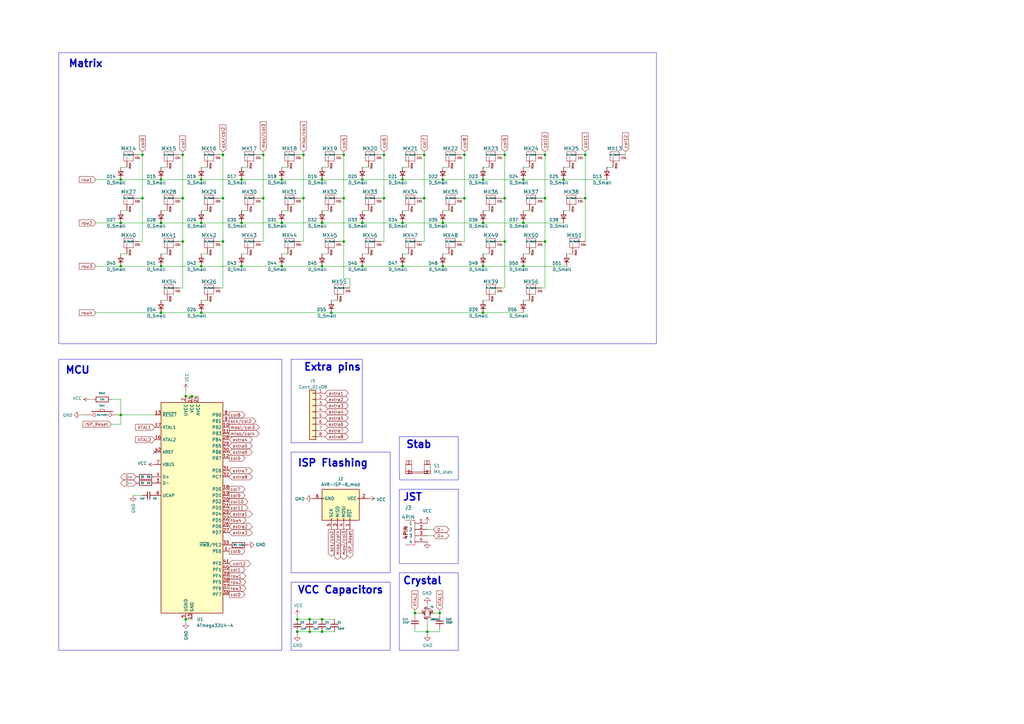
<source format=kicad_sch>
(kicad_sch (version 20230121) (generator eeschema)
  (paper "A3")
  (junction (at 66.04 91.44))
  (junction (at 198.12 128.27))
  (junction (at 190.5 63.5))
  (junction (at 135.89 128.27))
  (junction (at 190.5 81.28))
  (junction (at 121.92 254))
  (junction (at 58.42 63.5))
  (junction (at 214.63 91.44))
  (junction (at 49.53 170.18))
  (junction (at 107.95 63.5))
  (junction (at 214.63 109.22))
  (junction (at 148.59 91.44))
  (junction (at 132.08 91.44))
  (junction (at 99.06 91.44))
  (junction (at 207.01 63.5))
  (junction (at 157.48 63.5))
  (junction (at 173.99 63.5))
  (junction (at 58.42 81.28))
  (junction (at 124.46 63.5))
  (junction (at 207.01 99.06))
  (junction (at 99.06 73.66))
  (junction (at 240.03 63.5))
  (junction (at 49.53 91.44))
  (junction (at 170.18 251.46))
  (junction (at 175.26 259.08))
  (junction (at 223.52 63.5))
  (junction (at 180.34 251.46))
  (junction (at 181.61 73.66))
  (junction (at 91.44 99.06))
  (junction (at 121.92 259.08))
  (junction (at 165.1 109.22))
  (junction (at 82.55 91.44))
  (junction (at 223.52 81.28))
  (junction (at 78.74 162.56))
  (junction (at 74.93 63.5))
  (junction (at 66.04 128.27))
  (junction (at 207.01 81.28))
  (junction (at 181.61 91.44))
  (junction (at 76.2 254))
  (junction (at 66.04 109.22))
  (junction (at 124.46 81.28))
  (junction (at 82.55 109.22))
  (junction (at 132.08 254))
  (junction (at 66.04 73.66))
  (junction (at 127 259.08))
  (junction (at 115.57 91.44))
  (junction (at 132.08 259.08))
  (junction (at 132.08 109.22))
  (junction (at 127 254))
  (junction (at 157.48 81.28))
  (junction (at 214.63 73.66))
  (junction (at 148.59 109.22))
  (junction (at 49.53 73.66))
  (junction (at 91.44 81.28))
  (junction (at 115.57 73.66))
  (junction (at 165.1 73.66))
  (junction (at 115.57 109.22))
  (junction (at 165.1 91.44))
  (junction (at 99.06 109.22))
  (junction (at 231.14 73.66))
  (junction (at 181.61 109.22))
  (junction (at 140.97 81.28))
  (junction (at 82.55 128.27))
  (junction (at 140.97 99.06))
  (junction (at 74.93 99.06))
  (junction (at 107.95 81.28))
  (junction (at 198.12 109.22))
  (junction (at 91.44 63.5))
  (junction (at 76.2 162.56))
  (junction (at 223.52 99.06))
  (junction (at 132.08 73.66))
  (junction (at 140.97 63.5))
  (junction (at 198.12 73.66))
  (junction (at 82.55 73.66))
  (junction (at 49.53 109.22))
  (junction (at 240.03 81.28))
  (junction (at 74.93 81.28))
  (junction (at 173.99 81.28))
  (junction (at 148.59 73.66))
  (junction (at 198.12 91.44))
  (no_connect (at 63.5 185.42))
  (wire (pts (xy 223.52 63.5) (xy 222.25 63.5)))
  (wire (pts (xy 140.97 81.28) (xy 139.7 81.28)))
  (wire (pts (xy 157.48 63.5) (xy 156.21 63.5)))
  (polyline (pts (xy 160.02 185.42) (xy 160.02 234.95)))
  (wire (pts (xy 214.63 104.14) (xy 217.17 104.14)))
  (wire (pts (xy 91.44 118.11) (xy 90.17 118.11)))
  (wire (pts (xy 165.1 91.44) (xy 181.61 91.44)))
  (wire (pts (xy 240.03 62.23) (xy 240.03 63.5)))
  (wire (pts (xy 45.72 163.83) (xy 49.53 163.83)))
  (wire (pts (xy 76.2 254) (xy 76.2 255.27)))
  (wire (pts (xy 180.34 259.08) (xy 180.34 257.81)))
  (wire (pts (xy 198.12 104.14) (xy 200.66 104.14)))
  (wire (pts (xy 190.5 62.23) (xy 190.5 63.5)))
  (wire (pts (xy 38.1 163.83) (xy 36.83 163.83)))
  (polyline (pts (xy 160.02 234.95) (xy 119.38 234.95)))
  (wire (pts (xy 115.57 68.58) (xy 118.11 68.58)))
  (wire (pts (xy 137.16 254) (xy 132.08 254)))
  (wire (pts (xy 189.23 63.5) (xy 190.5 63.5)))
  (wire (pts (xy 205.74 99.06) (xy 207.01 99.06)))
  (wire (pts (xy 132.08 68.58) (xy 134.62 68.58)))
  (wire (pts (xy 123.19 81.28) (xy 124.46 81.28)))
  (wire (pts (xy 123.19 63.5) (xy 124.46 63.5)))
  (wire (pts (xy 172.72 251.46) (xy 170.18 251.46)))
  (wire (pts (xy 106.68 63.5) (xy 107.95 63.5)))
  (wire (pts (xy 231.14 86.36) (xy 233.68 86.36)))
  (wire (pts (xy 74.93 99.06) (xy 74.93 118.11)))
  (wire (pts (xy 39.37 128.27) (xy 66.04 128.27)))
  (wire (pts (xy 238.76 63.5) (xy 240.03 63.5)))
  (wire (pts (xy 73.66 63.5) (xy 74.93 63.5)))
  (wire (pts (xy 157.48 62.23) (xy 157.48 63.5)))
  (wire (pts (xy 231.14 73.66) (xy 248.92 73.66)))
  (wire (pts (xy 57.15 63.5) (xy 58.42 63.5)))
  (wire (pts (xy 181.61 91.44) (xy 198.12 91.44)))
  (wire (pts (xy 58.42 62.23) (xy 58.42 63.5)))
  (wire (pts (xy 214.63 109.22) (xy 232.41 109.22)))
  (wire (pts (xy 34.29 170.18) (xy 33.02 170.18)))
  (wire (pts (xy 139.7 63.5) (xy 140.97 63.5)))
  (wire (pts (xy 66.04 68.58) (xy 68.58 68.58)))
  (wire (pts (xy 223.52 118.11) (xy 222.25 118.11)))
  (wire (pts (xy 49.53 68.58) (xy 52.07 68.58)))
  (wire (pts (xy 76.2 162.56) (xy 78.74 162.56)))
  (wire (pts (xy 165.1 86.36) (xy 167.64 86.36)))
  (wire (pts (xy 58.42 63.5) (xy 58.42 81.28)))
  (wire (pts (xy 165.1 109.22) (xy 181.61 109.22)))
  (wire (pts (xy 132.08 104.14) (xy 134.62 104.14)))
  (wire (pts (xy 91.44 63.5) (xy 91.44 81.28)))
  (wire (pts (xy 66.04 128.27) (xy 82.55 128.27)))
  (wire (pts (xy 90.17 99.06) (xy 91.44 99.06)))
  (wire (pts (xy 124.46 62.23) (xy 124.46 63.5)))
  (wire (pts (xy 180.34 251.46) (xy 180.34 250.19)))
  (wire (pts (xy 99.06 109.22) (xy 115.57 109.22)))
  (wire (pts (xy 198.12 128.27) (xy 214.63 128.27)))
  (polyline (pts (xy 163.83 200.66) (xy 187.96 200.66)))
  (wire (pts (xy 148.59 109.22) (xy 165.1 109.22)))
  (wire (pts (xy 82.55 104.14) (xy 85.09 104.14)))
  (wire (pts (xy 180.34 251.46) (xy 180.34 252.73)))
  (wire (pts (xy 207.01 81.28) (xy 205.74 81.28)))
  (polyline (pts (xy 187.96 266.7) (xy 187.96 234.95)))
  (wire (pts (xy 156.21 99.06) (xy 157.48 99.06)))
  (wire (pts (xy 172.72 81.28) (xy 173.99 81.28)))
  (wire (pts (xy 107.95 62.23) (xy 107.95 63.5)))
  (wire (pts (xy 49.53 109.22) (xy 66.04 109.22)))
  (wire (pts (xy 124.46 99.06) (xy 123.19 99.06)))
  (wire (pts (xy 74.93 81.28) (xy 74.93 99.06)))
  (wire (pts (xy 107.95 81.28) (xy 107.95 99.06)))
  (wire (pts (xy 214.63 68.58) (xy 217.17 68.58)))
  (wire (pts (xy 198.12 109.22) (xy 214.63 109.22)))
  (wire (pts (xy 39.37 73.66) (xy 49.53 73.66)))
  (wire (pts (xy 132.08 91.44) (xy 148.59 91.44)))
  (wire (pts (xy 222.25 81.28) (xy 223.52 81.28)))
  (wire (pts (xy 115.57 109.22) (xy 132.08 109.22)))
  (wire (pts (xy 132.08 109.22) (xy 148.59 109.22)))
  (wire (pts (xy 74.93 63.5) (xy 74.93 81.28)))
  (wire (pts (xy 232.41 104.14) (xy 234.95 104.14)))
  (wire (pts (xy 49.53 73.66) (xy 66.04 73.66)))
  (wire (pts (xy 189.23 81.28) (xy 190.5 81.28)))
  (wire (pts (xy 106.68 99.06) (xy 107.95 99.06)))
  (polyline (pts (xy 187.96 200.66) (xy 187.96 231.14)))
  (wire (pts (xy 148.59 86.36) (xy 151.13 86.36)))
  (wire (pts (xy 135.89 128.27) (xy 198.12 128.27)))
  (wire (pts (xy 74.93 81.28) (xy 73.66 81.28)))
  (wire (pts (xy 175.26 217.17) (xy 177.8 217.17)))
  (wire (pts (xy 165.1 68.58) (xy 167.64 68.58)))
  (wire (pts (xy 91.44 99.06) (xy 91.44 118.11)))
  (wire (pts (xy 82.55 128.27) (xy 135.89 128.27)))
  (wire (pts (xy 76.2 254) (xy 78.74 254)))
  (wire (pts (xy 82.55 73.66) (xy 99.06 73.66)))
  (wire (pts (xy 148.59 104.14) (xy 151.13 104.14)))
  (wire (pts (xy 91.44 81.28) (xy 91.44 99.06)))
  (polyline (pts (xy 119.38 234.95) (xy 119.38 185.42)))
  (wire (pts (xy 140.97 63.5) (xy 140.97 81.28)))
  (wire (pts (xy 99.06 86.36) (xy 101.6 86.36)))
  (wire (pts (xy 190.5 81.28) (xy 190.5 99.06)))
  (wire (pts (xy 39.37 91.44) (xy 49.53 91.44)))
  (wire (pts (xy 39.37 109.22) (xy 49.53 109.22)))
  (wire (pts (xy 49.53 173.99) (xy 45.72 173.99)))
  (wire (pts (xy 181.61 104.14) (xy 184.15 104.14)))
  (wire (pts (xy 175.26 259.08) (xy 175.26 260.35)))
  (wire (pts (xy 82.55 109.22) (xy 99.06 109.22)))
  (wire (pts (xy 181.61 68.58) (xy 184.15 68.58)))
  (wire (pts (xy 115.57 104.14) (xy 118.11 104.14)))
  (wire (pts (xy 223.52 81.28) (xy 223.52 99.06)))
  (wire (pts (xy 127 254) (xy 121.92 254)))
  (wire (pts (xy 207.01 63.5) (xy 207.01 81.28)))
  (wire (pts (xy 139.7 99.06) (xy 140.97 99.06)))
  (wire (pts (xy 207.01 81.28) (xy 207.01 99.06)))
  (wire (pts (xy 181.61 73.66) (xy 198.12 73.66)))
  (wire (pts (xy 198.12 86.36) (xy 200.66 86.36)))
  (wire (pts (xy 66.04 104.14) (xy 68.58 104.14)))
  (wire (pts (xy 49.53 86.36) (xy 52.07 86.36)))
  (wire (pts (xy 76.2 160.02) (xy 76.2 162.56)))
  (polyline (pts (xy 119.38 266.7) (xy 160.02 266.7)))
  (wire (pts (xy 107.95 63.5) (xy 107.95 81.28)))
  (wire (pts (xy 66.04 73.66) (xy 82.55 73.66)))
  (wire (pts (xy 91.44 63.5) (xy 90.17 63.5)))
  (wire (pts (xy 207.01 99.06) (xy 207.01 118.11)))
  (wire (pts (xy 49.53 104.14) (xy 52.07 104.14)))
  (wire (pts (xy 54.61 203.2) (xy 58.42 203.2)))
  (wire (pts (xy 99.06 68.58) (xy 101.6 68.58)))
  (wire (pts (xy 175.26 219.71) (xy 177.8 219.71)))
  (wire (pts (xy 240.03 81.28) (xy 240.03 99.06)))
  (wire (pts (xy 74.93 62.23) (xy 74.93 63.5)))
  (wire (pts (xy 198.12 123.19) (xy 200.66 123.19)))
  (wire (pts (xy 49.53 163.83) (xy 49.53 170.18)))
  (wire (pts (xy 127 259.08) (xy 121.92 259.08)))
  (wire (pts (xy 135.89 123.19) (xy 138.43 123.19)))
  (wire (pts (xy 140.97 114.3) (xy 143.51 114.3)))
  (wire (pts (xy 115.57 91.44) (xy 132.08 91.44)))
  (wire (pts (xy 106.68 81.28) (xy 107.95 81.28)))
  (wire (pts (xy 132.08 259.08) (xy 127 259.08)))
  (polyline (pts (xy 119.38 185.42) (xy 160.02 185.42)))
  (wire (pts (xy 198.12 73.66) (xy 214.63 73.66)))
  (wire (pts (xy 115.57 73.66) (xy 132.08 73.66)))
  (wire (pts (xy 121.92 259.08) (xy 121.92 260.35)))
  (wire (pts (xy 74.93 118.11) (xy 73.66 118.11)))
  (polyline (pts (xy 163.83 234.95) (xy 187.96 234.95)))
  (wire (pts (xy 170.18 257.81) (xy 170.18 259.08)))
  (wire (pts (xy 238.76 81.28) (xy 240.03 81.28)))
  (wire (pts (xy 82.55 86.36) (xy 85.09 86.36)))
  (wire (pts (xy 78.74 162.56) (xy 81.28 162.56)))
  (wire (pts (xy 148.59 91.44) (xy 165.1 91.44)))
  (wire (pts (xy 124.46 81.28) (xy 124.46 99.06)))
  (wire (pts (xy 121.92 252.73) (xy 121.92 254)))
  (wire (pts (xy 173.99 62.23) (xy 173.99 63.5)))
  (wire (pts (xy 82.55 123.19) (xy 85.09 123.19)))
  (wire (pts (xy 222.25 99.06) (xy 223.52 99.06)))
  (wire (pts (xy 49.53 170.18) (xy 49.53 173.99)))
  (wire (pts (xy 165.1 73.66) (xy 181.61 73.66)))
  (wire (pts (xy 58.42 99.06) (xy 57.15 99.06)))
  (wire (pts (xy 198.12 68.58) (xy 200.66 68.58)))
  (wire (pts (xy 140.97 62.23) (xy 140.97 63.5)))
  (polyline (pts (xy 119.38 238.76) (xy 119.38 266.7)))
  (polyline (pts (xy 160.02 266.7) (xy 160.02 238.76)))
  (wire (pts (xy 137.16 259.08) (xy 132.08 259.08)))
  (wire (pts (xy 82.55 68.58) (xy 85.09 68.58)))
  (wire (pts (xy 198.12 91.44) (xy 214.63 91.44)))
  (wire (pts (xy 73.66 99.06) (xy 74.93 99.06)))
  (wire (pts (xy 240.03 63.5) (xy 240.03 81.28)))
  (wire (pts (xy 66.04 91.44) (xy 82.55 91.44)))
  (wire (pts (xy 190.5 63.5) (xy 190.5 81.28)))
  (wire (pts (xy 132.08 254) (xy 127 254)))
  (wire (pts (xy 157.48 63.5) (xy 157.48 81.28)))
  (wire (pts (xy 132.08 73.66) (xy 148.59 73.66)))
  (wire (pts (xy 173.99 81.28) (xy 173.99 99.06)))
  (wire (pts (xy 170.18 251.46) (xy 170.18 250.19)))
  (polyline (pts (xy 163.83 231.14) (xy 163.83 200.66)))
  (wire (pts (xy 143.51 114.3) (xy 143.51 118.11)))
  (wire (pts (xy 58.42 81.28) (xy 58.42 99.06)))
  (wire (pts (xy 223.52 99.06) (xy 223.52 118.11)))
  (wire (pts (xy 156.21 81.28) (xy 157.48 81.28)))
  (wire (pts (xy 256.54 62.23) (xy 256.54 63.5)))
  (wire (pts (xy 148.59 73.66) (xy 165.1 73.66)))
  (wire (pts (xy 170.18 259.08) (xy 175.26 259.08)))
  (wire (pts (xy 49.53 170.18) (xy 63.5 170.18)))
  (polyline (pts (xy 163.83 266.7) (xy 187.96 266.7)))
  (wire (pts (xy 99.06 104.14) (xy 101.6 104.14)))
  (wire (pts (xy 175.26 254) (xy 175.26 259.08)))
  (wire (pts (xy 214.63 123.19) (xy 217.17 123.19)))
  (wire (pts (xy 190.5 99.06) (xy 189.23 99.06)))
  (wire (pts (xy 205.74 63.5) (xy 207.01 63.5)))
  (wire (pts (xy 214.63 86.36) (xy 217.17 86.36)))
  (polyline (pts (xy 160.02 238.76) (xy 119.38 238.76)))
  (wire (pts (xy 82.55 91.44) (xy 99.06 91.44)))
  (wire (pts (xy 99.06 91.44) (xy 115.57 91.44)))
  (wire (pts (xy 223.52 62.23) (xy 223.52 63.5)))
  (wire (pts (xy 115.57 86.36) (xy 118.11 86.36)))
  (wire (pts (xy 132.08 86.36) (xy 134.62 86.36)))
  (wire (pts (xy 49.53 91.44) (xy 66.04 91.44)))
  (wire (pts (xy 148.59 68.58) (xy 151.13 68.58)))
  (wire (pts (xy 207.01 62.23) (xy 207.01 63.5)))
  (wire (pts (xy 91.44 62.23) (xy 91.44 63.5)))
  (wire (pts (xy 223.52 63.5) (xy 223.52 81.28)))
  (wire (pts (xy 214.63 73.66) (xy 231.14 73.66)))
  (wire (pts (xy 175.26 247.65) (xy 175.26 248.92)))
  (wire (pts (xy 177.8 251.46) (xy 180.34 251.46)))
  (wire (pts (xy 66.04 109.22) (xy 82.55 109.22)))
  (wire (pts (xy 90.17 81.28) (xy 91.44 81.28)))
  (polyline (pts (xy 163.83 231.14) (xy 187.96 231.14)))
  (wire (pts (xy 124.46 63.5) (xy 124.46 81.28)))
  (wire (pts (xy 140.97 99.06) (xy 140.97 114.3)))
  (wire (pts (xy 99.06 73.66) (xy 115.57 73.66)))
  (wire (pts (xy 207.01 118.11) (xy 205.74 118.11)))
  (polyline (pts (xy 163.83 234.95) (xy 163.83 266.7)))
  (wire (pts (xy 172.72 63.5) (xy 173.99 63.5)))
  (wire (pts (xy 66.04 123.19) (xy 68.58 123.19)))
  (wire (pts (xy 175.26 259.08) (xy 180.34 259.08)))
  (wire (pts (xy 181.61 109.22) (xy 198.12 109.22)))
  (wire (pts (xy 248.92 68.58) (xy 251.46 68.58)))
  (wire (pts (xy 66.04 86.36) (xy 68.58 86.36)))
  (wire (pts (xy 165.1 104.14) (xy 167.64 104.14)))
  (wire (pts (xy 140.97 81.28) (xy 140.97 99.06)))
  (wire (pts (xy 57.15 81.28) (xy 58.42 81.28)))
  (wire (pts (xy 214.63 91.44) (xy 231.14 91.44)))
  (wire (pts (xy 181.61 86.36) (xy 184.15 86.36)))
  (wire (pts (xy 170.18 251.46) (xy 170.18 252.73)))
  (wire (pts (xy 231.14 68.58) (xy 233.68 68.58)))
  (wire (pts (xy 173.99 63.5) (xy 173.99 81.28)))
  (wire (pts (xy 172.72 99.06) (xy 173.99 99.06)))
  (wire (pts (xy 157.48 81.28) (xy 157.48 99.06)))
  (rectangle (start 24.13 147.32) (end 115.57 266.7))
  (rectangle (start 119.38 147.32) (end 148.59 181.61))
  (rectangle (start 163.83 179.07) (end 187.96 196.85))
  (rectangle (start 24.13 21.59) (end 269.24 140.97))
  (text "ISP Flashing" (at 121.92 191.77 0) (effects (font (size 3 3) (thickness 0.6) bold) (justify left bottom)))
  (text "Matrix" (at 27.94 27.94 0) (effects (font (size 3 3) (thickness 0.6) bold) (justify left bottom)))
  (text "VCC Capacitors" (at 121.92 243.84 0) (effects (font (size 3 3) (thickness 0.6) bold) (justify left bottom)))
  (text "Crystal" (at 165.1 240.03 0) (effects (font (size 3 3) (thickness 0.6) bold) (justify left bottom)))
  (text "Extra pins" (at 124.46 152.4 0) (effects (font (size 3 3) (thickness 0.6) bold) (justify left bottom)))
  (text "JST" (at 165.1 205.74 0) (effects (font (size 3 3) (thickness 0.6) bold) (justify left bottom)))
  (text "Stab" (at 166.37 184.15 0) (effects (font (size 3 3) (thickness 0.6) bold) (justify left bottom)))
  (text "MCU" (at 26.67 153.67 0) (effects (font (size 3 3) (thickness 0.6) bold) (justify left bottom)))
  (global_label "col5" (shape output) (at 93.98 187.96 0) (property "Intersheetrefs" "${INTERSHEET_REFS}" (effects hide)))
  (global_label "col8" (shape output) (at 93.98 170.18 0) (property "Intersheetrefs" "${INTERSHEET_REFS}" (effects hide)))
  (global_label "col6" (shape output) (at 93.98 226.06 0) (property "Intersheetrefs" "${INTERSHEET_REFS}" (effects hide)))
  (global_label "row3" (shape output) (at 93.98 241.3 0) (property "Intersheetrefs" "${INTERSHEET_REFS}" (effects hide)))
  (global_label "miso{slash}col4" (shape input) (at 124.46 62.23 90) (property "Intersheetrefs" "${INTERSHEET_REFS}" (effects hide)))
  (global_label "extra1" (shape bidirectional) (at 133.35 161.29 0) (property "Intersheetrefs" "${INTERSHEET_REFS}" (effects hide)))
  (global_label "col9" (shape output) (at 93.98 203.2 0) (property "Intersheetrefs" "${INTERSHEET_REFS}" (effects hide)))
  (global_label "col12" (shape bidirectional) (at 93.98 231.14 0) (property "Intersheetrefs" "${INTERSHEET_REFS}" (effects hide)))
  (global_label "D+" (shape bidirectional) (at 55.88 195.58 180) (property "Intersheetrefs" "${INTERSHEET_REFS}" (effects hide)))
  (global_label "extra3" (shape bidirectional) (at 133.35 166.37 0) (property "Intersheetrefs" "${INTERSHEET_REFS}" (effects hide)))
  (global_label "extra6" (shape bidirectional) (at 93.98 185.42 0) (property "Intersheetrefs" "${INTERSHEET_REFS}" (effects hide)))
  (global_label "sck{slash}col2" (shape output) (at 135.89 217.17 270) (property "Intersheetrefs" "${INTERSHEET_REFS}" (effects hide)))
  (global_label "extra8" (shape bidirectional) (at 133.35 179.07 0) (property "Intersheetrefs" "${INTERSHEET_REFS}" (effects hide)))
  (global_label "sck{slash}col2" (shape input) (at 91.44 62.23 90) (property "Intersheetrefs" "${INTERSHEET_REFS}" (effects hide)))
  (global_label "ISP_Reset" (shape output) (at 143.51 217.17 270) (property "Intersheetrefs" "${INTERSHEET_REFS}" (effects hide)))
  (global_label "extra7" (shape bidirectional) (at 133.35 176.53 0) (property "Intersheetrefs" "${INTERSHEET_REFS}" (effects hide)))
  (global_label "col6" (shape input) (at 157.48 62.23 90) (property "Intersheetrefs" "${INTERSHEET_REFS}" (effects hide)))
  (global_label "XTAL1" (shape input) (at 63.5 175.26 180) (property "Intersheetrefs" "${INTERSHEET_REFS}" (effects hide)))
  (global_label "row2" (shape input) (at 39.37 91.44 180) (property "Intersheetrefs" "${INTERSHEET_REFS}" (effects hide)))
  (global_label "miso{slash}col4" (shape output) (at 138.43 217.17 270) (property "Intersheetrefs" "${INTERSHEET_REFS}" (effects hide)))
  (global_label "extra5" (shape bidirectional) (at 93.98 182.88 0) (property "Intersheetrefs" "${INTERSHEET_REFS}" (effects hide)))
  (global_label "mosi{slash}col3" (shape input) (at 107.95 62.23 90) (property "Intersheetrefs" "${INTERSHEET_REFS}" (effects hide)))
  (global_label "D-" (shape bidirectional) (at 55.88 198.12 180) (property "Intersheetrefs" "${INTERSHEET_REFS}" (effects hide)))
  (global_label "extra6" (shape bidirectional) (at 133.35 173.99 0) (property "Intersheetrefs" "${INTERSHEET_REFS}" (effects hide)))
  (global_label "mosi{slash}col3" (shape output) (at 140.97 217.17 270) (property "Intersheetrefs" "${INTERSHEET_REFS}" (effects hide)))
  (global_label "XTAL1" (shape input) (at 180.34 250.19 90) (property "Intersheetrefs" "${INTERSHEET_REFS}" (effects hide)))
  (global_label "extra7" (shape bidirectional) (at 93.98 193.04 0) (property "Intersheetrefs" "${INTERSHEET_REFS}" (effects hide)))
  (global_label "col9" (shape input) (at 207.01 62.23 90) (property "Intersheetrefs" "${INTERSHEET_REFS}" (effects hide)))
  (global_label "extra1" (shape bidirectional) (at 93.98 210.82 0) (property "Intersheetrefs" "${INTERSHEET_REFS}" (effects hide)))
  (global_label "col5" (shape input) (at 140.97 62.23 90) (property "Intersheetrefs" "${INTERSHEET_REFS}" (effects hide)))
  (global_label "XTAL2" (shape input) (at 63.5 180.34 180) (property "Intersheetrefs" "${INTERSHEET_REFS}" (effects hide)))
  (global_label "row1" (shape output) (at 93.98 236.22 0) (property "Intersheetrefs" "${INTERSHEET_REFS}" (effects hide)))
  (global_label "extra2" (shape bidirectional) (at 133.35 163.83 0) (property "Intersheetrefs" "${INTERSHEET_REFS}" (effects hide)))
  (global_label "extra8" (shape bidirectional) (at 93.98 195.58 0) (property "Intersheetrefs" "${INTERSHEET_REFS}" (effects hide)))
  (global_label "extra4" (shape bidirectional) (at 93.98 180.34 0) (property "Intersheetrefs" "${INTERSHEET_REFS}" (effects hide)))
  (global_label "row1" (shape input) (at 39.37 73.66 180) (property "Intersheetrefs" "${INTERSHEET_REFS}" (effects hide)))
  (global_label "col10" (shape input) (at 223.52 62.23 90) (property "Intersheetrefs" "${INTERSHEET_REFS}" (effects hide)))
  (global_label "row3" (shape input) (at 39.37 109.22 180) (property "Intersheetrefs" "${INTERSHEET_REFS}" (effects hide)))
  (global_label "miso{slash}col4" (shape output) (at 93.98 177.8 0) (property "Intersheetrefs" "${INTERSHEET_REFS}" (effects hide)))
  (global_label "col1" (shape input) (at 74.93 62.23 90) (property "Intersheetrefs" "${INTERSHEET_REFS}" (effects hide)))
  (global_label "D-" (shape bidirectional) (at 177.8 217.17 0) (property "Intersheetrefs" "${INTERSHEET_REFS}" (effects hide)))
  (global_label "col7" (shape input) (at 173.99 62.23 90) (property "Intersheetrefs" "${INTERSHEET_REFS}" (effects hide)))
  (global_label "col0" (shape input) (at 58.42 62.23 90) (property "Intersheetrefs" "${INTERSHEET_REFS}" (effects hide)))
  (global_label "D+" (shape bidirectional) (at 177.8 219.71 0) (property "Intersheetrefs" "${INTERSHEET_REFS}" (effects hide)))
  (global_label "col12" (shape input) (at 256.54 62.23 90) (property "Intersheetrefs" "${INTERSHEET_REFS}" (effects hide)))
  (global_label "col10" (shape output) (at 93.98 205.74 0) (property "Intersheetrefs" "${INTERSHEET_REFS}" (effects hide)))
  (global_label "extra2" (shape bidirectional) (at 93.98 215.9 0) (property "Intersheetrefs" "${INTERSHEET_REFS}" (effects hide)))
  (global_label "col11" (shape output) (at 93.98 208.28 0) (property "Intersheetrefs" "${INTERSHEET_REFS}" (effects hide)))
  (global_label "extra4" (shape bidirectional) (at 133.35 168.91 0) (property "Intersheetrefs" "${INTERSHEET_REFS}" (effects hide)))
  (global_label "mosi{slash}col3" (shape output) (at 93.98 175.26 0) (property "Intersheetrefs" "${INTERSHEET_REFS}" (effects hide)))
  (global_label "row4" (shape input) (at 39.37 128.27 180) (property "Intersheetrefs" "${INTERSHEET_REFS}" (effects hide)))
  (global_label "XTAL2" (shape input) (at 170.18 250.19 90) (property "Intersheetrefs" "${INTERSHEET_REFS}" (effects hide)))
  (global_label "row2" (shape output) (at 93.98 238.76 0) (property "Intersheetrefs" "${INTERSHEET_REFS}" (effects hide)))
  (global_label "extra5" (shape bidirectional) (at 133.35 171.45 0) (property "Intersheetrefs" "${INTERSHEET_REFS}" (effects hide)))
  (global_label "col7" (shape output) (at 93.98 200.66 0) (property "Intersheetrefs" "${INTERSHEET_REFS}" (effects hide)))
  (global_label "col1" (shape output) (at 93.98 233.68 0) (property "Intersheetrefs" "${INTERSHEET_REFS}" (effects hide)))
  (global_label "sck{slash}col2" (shape output) (at 93.98 172.72 0) (property "Intersheetrefs" "${INTERSHEET_REFS}" (effects hide)))
  (global_label "row4" (shape output) (at 93.98 213.36 0) (property "Intersheetrefs" "${INTERSHEET_REFS}" (effects hide)))
  (global_label "col0" (shape output) (at 93.98 243.84 0) (property "Intersheetrefs" "${INTERSHEET_REFS}" (effects hide)))
  (global_label "extra3" (shape bidirectional) (at 93.98 218.44 0) (property "Intersheetrefs" "${INTERSHEET_REFS}" (effects hide)))
  (global_label "col11" (shape input) (at 240.03 62.23 90) (property "Intersheetrefs" "${INTERSHEET_REFS}" (effects hide)))
  (global_label "ISP_Reset" (shape input) (at 45.72 173.99 180) (property "Intersheetrefs" "${INTERSHEET_REFS}" (effects hide)))
  (global_label "col8" (shape input) (at 190.5 62.23 90) (property "Intersheetrefs" "${INTERSHEET_REFS}" (effects hide)))
  (symbol (lib_id "Device:D_Small") (at 231.14 71.12 90) (unit 1)
    (property "Reference" "D25" (at 229.108 72.39 90) (effects (justify left)))
    (property "Value" "D_Small" (at 233.172 74.93 90) (effects (justify left)))
    (property "Footprint" "Diode_SMD:D_SOD-123" (effects hide))
    (property "Sim.Device" "D" (effects hide))
    (property "Sim.Pins" "1=K 2=A" (effects hide))
  )
  (symbol (lib_id "MX_Alps_Hybrid:MX-NoLED") (at 102.87 100.33 0) (unit 1)
    (property "Reference" "MX43" (at 102.235 96.52 0) (effects (font (size 1.524 1.524))))
    (property "Value" "MX-NoLED" (at 102.235 99.06 0) (effects (font (size 0.508 0.508))))
    (property "Footprint" "marbastlib-mx:SW_MX_HS_1u" (effects hide))
  )
  (symbol (lib_id "Device:D_Small") (at 214.63 106.68 90) (unit 1)
    (property "Reference" "D50" (at 212.598 107.95 90) (effects (justify left)))
    (property "Value" "D_Small" (at 216.662 110.49 90) (effects (justify left)))
    (property "Footprint" "Diode_SMD:D_SOD-123" (effects hide))
    (property "Sim.Device" "D" (effects hide))
    (property "Sim.Pins" "1=K 2=A" (effects hide))
  )
  (symbol (lib_id "MX_Alps_Hybrid:MX-NoLED") (at 168.91 82.55 0) (unit 1)
    (property "Reference" "MX34" (at 168.275 78.74 0) (effects (font (size 1.524 1.524))))
    (property "Value" "MX-NoLED" (at 168.275 81.28 0) (effects (font (size 0.508 0.508))))
    (property "Footprint" "marbastlib-mx:SW_MX_HS_1u" (effects hide))
  )
  (symbol (lib_id "power:GND") (at 76.2 255.27 0) (unit 1)
    (property "Reference" "#PWR05" (effects hide))
    (property "Value" "GND" (at 76.327 258.5212 90) (effects (justify right)))
  )
  (symbol (lib_id "MX_Alps_Hybrid:MX-NoLED") (at 218.44 64.77 0) (unit 1)
    (property "Reference" "MX24" (at 217.805 60.96 0) (effects (font (size 1.524 1.524))))
    (property "Value" "MX-NoLED" (at 217.805 63.5 0) (effects (font (size 0.508 0.508))))
    (property "Footprint" "marbastlib-mx:SW_MX_HS_1u" (effects hide))
  )
  (symbol (lib_id "Device:D_Small") (at 231.14 88.9 90) (unit 1)
    (property "Reference" "D38" (at 229.108 90.17 90) (effects (justify left)))
    (property "Value" "D_Small" (at 233.172 92.71 90) (effects (justify left)))
    (property "Footprint" "Diode_SMD:D_SOD-123" (effects hide))
    (property "Sim.Device" "D" (effects hide))
    (property "Sim.Pins" "1=K 2=A" (effects hide))
  )
  (symbol (lib_id "Device:D_Small") (at 232.41 106.68 90) (unit 1)
    (property "Reference" "D51" (at 230.378 107.95 90) (effects (justify left)))
    (property "Value" "D_Small" (at 234.442 110.49 90) (effects (justify left)))
    (property "Footprint" "Diode_SMD:D_SOD-123" (effects hide))
    (property "Sim.Device" "D" (effects hide))
    (property "Sim.Pins" "1=K 2=A" (effects hide))
  )
  (symbol (lib_id "Device:D_Small") (at 181.61 106.68 90) (unit 1)
    (property "Reference" "D48" (at 179.578 107.95 90) (effects (justify left)))
    (property "Value" "D_Small" (at 183.642 110.49 90) (effects (justify left)))
    (property "Footprint" "Diode_SMD:D_SOD-123" (effects hide))
    (property "Sim.Device" "D" (effects hide))
    (property "Sim.Pins" "1=K 2=A" (effects hide))
  )
  (symbol (lib_id "Device:D_Small") (at 198.12 71.12 90) (unit 1)
    (property "Reference" "D23" (at 196.088 72.39 90) (effects (justify left)))
    (property "Value" "D_Small" (at 200.152 74.93 90) (effects (justify left)))
    (property "Footprint" "Diode_SMD:D_SOD-123" (effects hide))
    (property "Sim.Device" "D" (effects hide))
    (property "Sim.Pins" "1=K 2=A" (effects hide))
  )
  (symbol (lib_id "MX_Alps_Hybrid:MX-NoLED") (at 53.34 100.33 0) (unit 1)
    (property "Reference" "MX40" (at 52.705 96.52 0) (effects (font (size 1.524 1.524))))
    (property "Value" "MX-NoLED" (at 52.705 99.06 0) (effects (font (size 0.508 0.508))))
    (property "Footprint" "marbastlib-mx:SW_MX_HS_1.75u" (effects hide))
  )
  (symbol (lib_id "Device:D_Small") (at 135.89 125.73 90) (unit 1)
    (property "Reference" "D55" (at 133.858 127 90) (effects (justify left)))
    (property "Value" "D_Small" (at 137.922 129.54 90) (effects (justify left)))
    (property "Footprint" "Diode_SMD:D_SOD-123" (effects hide))
    (property "Sim.Device" "D" (effects hide))
    (property "Sim.Pins" "1=K 2=A" (effects hide))
  )
  (symbol (lib_id "power:GND") (at 121.92 260.35 0) (unit 1)
    (property "Reference" "#PWR015" (effects hide))
    (property "Value" "GND" (at 122.047 264.7442 0))
  )
  (symbol (lib_id "MX_Alps_Hybrid:MX-NoLED") (at 102.87 82.55 0) (unit 1)
    (property "Reference" "MX30" (at 102.235 78.74 0) (effects (font (size 1.524 1.524))))
    (property "Value" "MX-NoLED" (at 102.235 81.28 0) (effects (font (size 0.508 0.508))))
    (property "Footprint" "marbastlib-mx:SW_MX_HS_1u" (effects hide))
  )
  (symbol (lib_id "Device:D_Small") (at 115.57 88.9 90) (unit 1)
    (property "Reference" "D31" (at 113.538 90.17 90) (effects (justify left)))
    (property "Value" "D_Small" (at 117.602 92.71 90) (effects (justify left)))
    (property "Footprint" "Diode_SMD:D_SOD-123" (effects hide))
    (property "Sim.Device" "D" (effects hide))
    (property "Sim.Pins" "1=K 2=A" (effects hide))
  )
  (symbol (lib_id "MX_Alps_Hybrid:MX-NoLED") (at 102.87 64.77 0) (unit 1)
    (property "Reference" "MX17" (at 102.235 60.96 0) (effects (font (size 1.524 1.524))))
    (property "Value" "MX-NoLED" (at 102.235 63.5 0) (effects (font (size 0.508 0.508))))
    (property "Footprint" "marbastlib-mx:SW_MX_HS_1u" (effects hide))
  )
  (symbol (lib_id "MX_Alps_Hybrid:MX-NoLED") (at 139.7 119.38 0) (unit 1)
    (property "Reference" "MX55" (at 139.065 115.57 0) (effects (font (size 1.524 1.524))))
    (property "Value" "MX-NoLED" (at 139.065 118.11 0) (effects (font (size 0.508 0.508))))
    (property "Footprint" "marbastlib-mx:SW_MX_HS_1u" (effects hide))
  )
  (symbol (lib_id "Device:D_Small") (at 99.06 88.9 90) (unit 1)
    (property "Reference" "D30" (at 97.028 90.17 90) (effects (justify left)))
    (property "Value" "D_Small" (at 101.092 92.71 90) (effects (justify left)))
    (property "Footprint" "Diode_SMD:D_SOD-123" (effects hide))
    (property "Sim.Device" "D" (effects hide))
    (property "Sim.Pins" "1=K 2=A" (effects hide))
  )
  (symbol (lib_id "pcb-rescue:SW_PUSH-keyboard_parts-Ori-rescue-lucy-rescue") (at 41.91 170.18 0) (unit 1)
    (property "Reference" "SW1" (at 41.91 166.37 0) (effects (font (size 0.7112 0.7112))))
    (property "Value" "SW_PUSH" (at 41.91 170.18 0) (effects (font (size 0.6096 0.6096))))
    (property "Footprint" "random-keyboard-parts:SKQG-1155865" (effects hide))
  )
  (symbol (lib_id "Device:D_Small") (at 49.53 71.12 90) (unit 1)
    (property "Reference" "D14" (at 47.498 72.39 90) (effects (justify left)))
    (property "Value" "D_Small" (at 51.562 74.93 90) (effects (justify left)))
    (property "Footprint" "Diode_SMD:D_SOD-123" (effects hide))
    (property "Sim.Device" "D" (effects hide))
    (property "Sim.Pins" "1=K 2=A" (effects hide))
  )
  (symbol (lib_id "MX_Alps_Hybrid:MX-NoLED") (at 218.44 100.33 0) (unit 1)
    (property "Reference" "MX50" (at 217.805 96.52 0) (effects (font (size 1.524 1.524))))
    (property "Value" "MX-NoLED" (at 217.805 99.06 0) (effects (font (size 0.508 0.508))))
    (property "Footprint" "marbastlib-mx:SW_MX_HS_1.25u" (effects hide))
  )
  (symbol (lib_id "Device:R") (at 97.79 223.52 270) (unit 1)
    (property "Reference" "R1" (at 96.52 223.52 90) (effects (font (size 0.762 0.762))))
    (property "Value" "10k" (at 99.06 223.52 90) (effects (font (size 0.762 0.762))))
    (property "Footprint" "Resistor_SMD:R_0805_2012Metric" (effects hide))
  )
  (symbol (lib_id "Device:D_Small") (at 214.63 71.12 90) (unit 1)
    (property "Reference" "D24" (at 212.598 72.39 90) (effects (justify left)))
    (property "Value" "D_Small" (at 216.662 74.93 90) (effects (justify left)))
    (property "Footprint" "Diode_SMD:D_SOD-123" (effects hide))
    (property "Sim.Device" "D" (effects hide))
    (property "Sim.Pins" "1=K 2=A" (effects hide))
  )
  (symbol (lib_id "MX_Alps_Hybrid:MX-NoLED") (at 86.36 82.55 0) (unit 1)
    (property "Reference" "MX29" (at 85.725 78.74 0) (effects (font (size 1.524 1.524))))
    (property "Value" "MX-NoLED" (at 85.725 81.28 0) (effects (font (size 0.508 0.508))))
    (property "Footprint" "marbastlib-mx:SW_MX_HS_1u" (effects hide))
  )
  (symbol (lib_id "Device:D_Small") (at 132.08 71.12 90) (unit 1)
    (property "Reference" "D19" (at 130.048 72.39 90) (effects (justify left)))
    (property "Value" "D_Small" (at 134.112 74.93 90) (effects (justify left)))
    (property "Footprint" "Diode_SMD:D_SOD-123" (effects hide))
    (property "Sim.Device" "D" (effects hide))
    (property "Sim.Pins" "1=K 2=A" (effects hide))
  )
  (symbol (lib_id "MX_Alps_Hybrid:MX-NoLED") (at 119.38 100.33 0) (unit 1)
    (property "Reference" "MX44" (at 118.745 96.52 0) (effects (font (size 1.524 1.524))))
    (property "Value" "MX-NoLED" (at 118.745 99.06 0) (effects (font (size 0.508 0.508))))
    (property "Footprint" "marbastlib-mx:SW_MX_HS_1u" (effects hide))
  )
  (symbol (lib_id "power:GND") (at 33.02 170.18 270) (unit 1)
    (property "Reference" "#PWR01" (effects hide))
    (property "Value" "GND" (at 29.7688 170.307 90) (effects (justify right)))
  )
  (symbol (lib_id "Device:D_Small") (at 198.12 106.68 90) (unit 1)
    (property "Reference" "D49" (at 196.088 107.95 90) (effects (justify left)))
    (property "Value" "D_Small" (at 200.152 110.49 90) (effects (justify left)))
    (property "Footprint" "Diode_SMD:D_SOD-123" (effects hide))
    (property "Sim.Device" "D" (effects hide))
    (property "Sim.Pins" "1=K 2=A" (effects hide))
  )
  (symbol (lib_id "Device:D_Small") (at 181.61 88.9 90) (unit 1)
    (property "Reference" "D35" (at 179.578 90.17 90) (effects (justify left)))
    (property "Value" "D_Small" (at 183.642 92.71 90) (effects (justify left)))
    (property "Footprint" "Diode_SMD:D_SOD-123" (effects hide))
    (property "Sim.Device" "D" (effects hide))
    (property "Sim.Pins" "1=K 2=A" (effects hide))
  )
  (symbol (lib_id "MX_Alps_Hybrid:MX-NoLED") (at 218.44 82.55 0) (unit 1)
    (property "Reference" "MX37" (at 217.805 78.74 0) (effects (font (size 1.524 1.524))))
    (property "Value" "MX-NoLED" (at 217.805 81.28 0) (effects (font (size 0.508 0.508))))
    (property "Footprint" "marbastlib-mx:SW_MX_HS_1u" (effects hide))
  )
  (symbol (lib_id "Device:R") (at 41.91 163.83 270) (unit 1)
    (property "Reference" "RSW1" (at 41.91 161.29 90) (effects (font (size 0.7112 0.7112))))
    (property "Value" "10k" (at 41.91 163.83 90) (effects (font (size 0.7112 0.7112))))
    (property "Footprint" "Resistor_SMD:R_0805_2012Metric" (effects hide))
  )
  (symbol (lib_id "Device:D_Small") (at 248.92 71.12 90) (unit 1)
    (property "Reference" "D13" (at 246.888 72.39 90) (effects (justify left)))
    (property "Value" "D_Small" (at 250.952 74.93 90) (effects (justify left)))
    (property "Footprint" "Diode_SMD:D_SOD-123" (effects hide))
    (property "Sim.Device" "D" (effects hide))
    (property "Sim.Pins" "1=K 2=A" (effects hide))
  )
  (symbol (lib_id "Device:R") (at 59.69 195.58 90) (unit 1)
    (property "Reference" "R3" (at 60.96 195.58 90) (effects (font (size 0.7112 0.7112))))
    (property "Value" "22" (at 58.42 195.58 90) (effects (font (size 0.7112 0.7112))))
    (property "Footprint" "Resistor_SMD:R_0805_2012Metric" (effects hide))
  )
  (symbol (lib_id "power:GND") (at 175.26 260.35 0) (unit 1)
    (property "Reference" "#PWR017" (effects hide))
    (property "Value" "GND" (at 175.387 264.7442 0))
  )
  (symbol (lib_id "power:VCC") (at 175.26 214.63 0) (unit 1)
    (property "Reference" "#PWR018" (effects hide))
    (property "Value" "VCC" (at 175.26 209.55 0))
  )
  (symbol (lib_id "MX_Alps_Hybrid:MX-NoLED") (at 86.36 64.77 0) (unit 1)
    (property "Reference" "MX16" (at 85.725 60.96 0) (effects (font (size 1.524 1.524))))
    (property "Value" "MX-NoLED" (at 85.725 63.5 0) (effects (font (size 0.508 0.508))))
    (property "Footprint" "marbastlib-mx:SW_MX_HS_1u" (effects hide))
  )
  (symbol (lib_id "power:GND") (at 128.27 204.47 270) (unit 1)
    (property "Reference" "#PWR011" (effects hide))
    (property "Value" "GND" (at 125.0188 204.597 90) (effects (justify right)))
  )
  (symbol (lib_id "MX_Alps_Hybrid:MX-NoLED") (at 252.73 64.77 0) (unit 1)
    (property "Reference" "MX13" (at 252.095 60.96 0) (effects (font (size 1.524 1.524))))
    (property "Value" "MX-NoLED" (at 252.095 63.5 0) (effects (font (size 0.508 0.508))))
    (property "Footprint" "marbastlib-mx:SW_MX_HS_1u" (effects hide))
  )
  (symbol (lib_id "MX_Alps_Hybrid:MX-NoLED") (at 69.85 64.77 0) (unit 1)
    (property "Reference" "MX15" (at 69.215 60.96 0) (effects (font (size 1.524 1.524))))
    (property "Value" "MX-NoLED" (at 69.215 63.5 0) (effects (font (size 0.508 0.508))))
    (property "Footprint" "marbastlib-mx:SW_MX_HS_1u" (effects hide))
  )
  (symbol (lib_id "Device:D_Small") (at 66.04 125.73 90) (unit 1)
    (property "Reference" "D54" (at 64.008 127 90) (effects (justify left)))
    (property "Value" "D_Small" (at 68.072 129.54 90) (effects (justify left)))
    (property "Footprint" "Diode_SMD:D_SOD-123" (effects hide))
    (property "Sim.Device" "D" (effects hide))
    (property "Sim.Pins" "1=K 2=A" (effects hide))
  )
  (symbol (lib_id "MX_Alps_Hybrid:MX-NoLED") (at 135.89 64.77 0) (unit 1)
    (property "Reference" "MX19" (at 135.255 60.96 0) (effects (font (size 1.524 1.524))))
    (property "Value" "MX-NoLED" (at 135.255 63.5 0) (effects (font (size 0.508 0.508))))
    (property "Footprint" "marbastlib-mx:SW_MX_HS_1u" (effects hide))
  )
  (symbol (lib_id "MX_Alps_Hybrid:MX-NoLED") (at 234.95 64.77 0) (unit 1)
    (property "Reference" "MX25" (at 234.315 60.96 0) (effects (font (size 1.524 1.524))))
    (property "Value" "MX-NoLED" (at 234.315 63.5 0) (effects (font (size 0.508 0.508))))
    (property "Footprint" "marbastlib-mx:SW_MX_HS_1u" (effects hide))
  )
  (symbol (lib_id "Device:D_Small") (at 82.55 106.68 90) (unit 1)
    (property "Reference" "D42" (at 80.518 107.95 90) (effects (justify left)))
    (property "Value" "D_Small" (at 84.582 110.49 90) (effects (justify left)))
    (property "Footprint" "Diode_SMD:D_SOD-123" (effects hide))
    (property "Sim.Device" "D" (effects hide))
    (property "Sim.Pins" "1=K 2=A" (effects hide))
  )
  (symbol (lib_id "MX_Alps_Hybrid:MX-NoLED") (at 236.22 100.33 0) (unit 1)
    (property "Reference" "MX51" (at 235.585 96.52 0) (effects (font (size 1.524 1.524))))
    (property "Value" "MX-NoLED" (at 235.585 99.06 0) (effects (font (size 0.508 0.508))))
    (property "Footprint" "marbastlib-mx:SW_MX_HS_1u" (effects hide))
  )
  (symbol (lib_id "MX_Alps_Hybrid:MX-NoLED") (at 168.91 64.77 0) (unit 1)
    (property "Reference" "MX21" (at 168.275 60.96 0) (effects (font (size 1.524 1.524))))
    (property "Value" "MX-NoLED" (at 168.275 63.5 0) (effects (font (size 0.508 0.508))))
    (property "Footprint" "marbastlib-mx:SW_MX_HS_1u" (effects hide))
  )
  (symbol (lib_id "component:GND") (at 175.26 223.52 0) (unit 1)
    (property "Reference" "#PWR019" (effects hide))
    (property "Value" "GND" (effects hide))
  )
  (symbol (lib_id "Device:D_Small") (at 66.04 88.9 90) (unit 1)
    (property "Reference" "D28" (at 64.008 90.17 90) (effects (justify left)))
    (property "Value" "D_Small" (at 68.072 92.71 90) (effects (justify left)))
    (property "Footprint" "Diode_SMD:D_SOD-123" (effects hide))
    (property "Sim.Device" "D" (effects hide))
    (property "Sim.Pins" "1=K 2=A" (effects hide))
  )
  (symbol (lib_id "MX_Alps_Hybrid:MX-NoLED") (at 86.36 100.33 0) (unit 1)
    (property "Reference" "MX42" (at 85.725 96.52 0) (effects (font (size 1.524 1.524))))
    (property "Value" "MX-NoLED" (at 85.725 99.06 0) (effects (font (size 0.508 0.508))))
    (property "Footprint" "marbastlib-mx:SW_MX_HS_1u" (effects hide))
  )
  (symbol (lib_id "Device:D_Small") (at 198.12 125.73 90) (unit 1)
    (property "Reference" "D39" (at 196.088 127 90) (effects (justify left)))
    (property "Value" "D_Small" (at 200.152 129.54 90) (effects (justify left)))
    (property "Footprint" "Diode_SMD:D_SOD-123" (effects hide))
    (property "Sim.Device" "D" (effects hide))
    (property "Sim.Pins" "1=K 2=A" (effects hide))
  )
  (symbol (lib_id "MX_Alps_Hybrid:MX-NoLED") (at 119.38 64.77 0) (unit 1)
    (property "Reference" "MX18" (at 118.745 60.96 0) (effects (font (size 1.524 1.524))))
    (property "Value" "MX-NoLED" (at 118.745 63.5 0) (effects (font (size 0.508 0.508))))
    (property "Footprint" "marbastlib-mx:SW_MX_HS_1u" (effects hide))
  )
  (symbol (lib_id "Device:D_Small") (at 66.04 71.12 90) (unit 1)
    (property "Reference" "D15" (at 64.008 72.39 90) (effects (justify left)))
    (property "Value" "D_Small" (at 68.072 74.93 90) (effects (justify left)))
    (property "Footprint" "Diode_SMD:D_SOD-123" (effects hide))
    (property "Sim.Device" "D" (effects hide))
    (property "Sim.Pins" "1=K 2=A" (effects hide))
  )
  (symbol (lib_id "Device:C_Small") (at 60.96 203.2 270) (unit 1)
    (property "Reference" "C5" (at 63.5 204.47 90) (effects (font (size 0.7112 0.7112))))
    (property "Value" "1uF" (at 58.42 204.47 90) (effects (font (size 0.7112 0.7112))))
    (property "Footprint" "Capacitor_SMD:C_0805_2012Metric" (effects hide))
  )
  (symbol (lib_id "Device:D_Small") (at 214.63 88.9 90) (unit 1)
    (property "Reference" "D37" (at 212.598 90.17 90) (effects (justify left)))
    (property "Value" "D_Small" (at 216.662 92.71 90) (effects (justify left)))
    (property "Footprint" "Diode_SMD:D_SOD-123" (effects hide))
    (property "Sim.Device" "D" (effects hide))
    (property "Sim.Pins" "1=K 2=A" (effects hide))
  )
  (symbol (lib_id "pcb-rescue:AVR-ISP-6_mod-Connector-Ori-rescue-lucy-rescue") (at 138.43 207.01 270) (unit 1)
    (property "Reference" "J2" (at 139.7 196.4182 90))
    (property "Value" "AVR-ISP-6_mod" (at 139.7 198.7296 90))
    (property "Footprint" "acheron_Connectors:PinHeader_1x6_P2.54mm_Vertical" (effects hide))
    (property "Datasheet" " ~" (effects hide))
  )
  (symbol (lib_id "MX_Alps_Hybrid:MX-NoLED") (at 201.93 119.38 0) (unit 1)
    (property "Reference" "MX39" (at 201.295 115.57 0) (effects (font (size 1.524 1.524))))
    (property "Value" "MX-NoLED" (at 201.295 118.11 0) (effects (font (size 0.508 0.508))))
    (property "Footprint" "marbastlib-mx:SW_MX_HS_1.25u" (effects hide))
  )
  (symbol (lib_id "MX_Alps_Hybrid:MX-NoLED") (at 119.38 82.55 0) (unit 1)
    (property "Reference" "MX31" (at 118.745 78.74 0) (effects (font (size 1.524 1.524))))
    (property "Value" "MX-NoLED" (at 118.745 81.28 0) (effects (font (size 0.508 0.508))))
    (property "Footprint" "marbastlib-mx:SW_MX_HS_1u" (effects hide))
  )
  (symbol (lib_id "Device:C_Small") (at 180.34 255.27 0) (unit 1)
    (property "Reference" "CX2" (at 182.88 254 0) (effects (font (size 0.762 0.762)) (justify left)))
    (property "Value" "22pF" (at 182.88 255.27 0) (effects (font (size 0.762 0.762)) (justify left)))
    (property "Footprint" "Capacitor_SMD:C_0805_2012Metric" (effects hide))
  )
  (symbol (lib_id "MX_Alps_Hybrid:MX-NoLED") (at 69.85 82.55 0) (unit 1)
    (property "Reference" "MX28" (at 69.215 78.74 0) (effects (font (size 1.524 1.524))))
    (property "Value" "MX-NoLED" (at 69.215 81.28 0) (effects (font (size 0.508 0.508))))
    (property "Footprint" "marbastlib-mx:SW_MX_HS_1u" (effects hide))
  )
  (symbol (lib_id "Device:D_Small") (at 165.1 88.9 90) (unit 1)
    (property "Reference" "D34" (at 163.068 90.17 90) (effects (justify left)))
    (property "Value" "D_Small" (at 167.132 92.71 90) (effects (justify left)))
    (property "Footprint" "Diode_SMD:D_SOD-123" (effects hide))
    (property "Sim.Device" "D" (effects hide))
    (property "Sim.Pins" "1=K 2=A" (effects hide))
  )
  (symbol (lib_id "MX_Alps_Hybrid:MX-NoLED") (at 53.34 82.55 0) (unit 1)
    (property "Reference" "MX27" (at 52.705 78.74 0) (effects (font (size 1.524 1.524))))
    (property "Value" "MX-NoLED" (at 52.705 81.28 0) (effects (font (size 0.508 0.508))))
    (property "Footprint" "marbastlib-mx:SW_MX_HS_1.25u" (effects hide))
  )
  (symbol (lib_id "MX_Alps_Hybrid:MX-NoLED") (at 152.4 82.55 0) (unit 1)
    (property "Reference" "MX33" (at 151.765 78.74 0) (effects (font (size 1.524 1.524))))
    (property "Value" "MX-NoLED" (at 151.765 81.28 0) (effects (font (size 0.508 0.508))))
    (property "Footprint" "marbastlib-mx:SW_MX_HS_1u" (effects hide))
  )
  (symbol (lib_id "Device:C_Small") (at 137.16 256.54 0) (unit 1)
    (property "Reference" "C1" (at 138.43 255.27 0) (effects (font (size 0.762 0.762)) (justify left)))
    (property "Value" "10uF" (at 138.43 257.81 0) (effects (font (size 0.762 0.762)) (justify left)))
    (property "Footprint" "Capacitor_SMD:C_0805_2012Metric" (effects hide))
  )
  (symbol (lib_id "Device:C_Small") (at 121.92 256.54 0) (unit 1)
    (property "Reference" "C2" (at 123.19 255.27 0) (effects (font (size 0.762 0.762)) (justify left)))
    (property "Value" ".1uF" (at 123.19 257.81 0) (effects (font (size 0.762 0.762)) (justify left)))
    (property "Footprint" "Capacitor_SMD:C_0805_2012Metric" (effects hide))
  )
  (symbol (lib_id "power:GND") (at 54.61 203.2 0) (unit 1)
    (property "Reference" "#PWR03" (effects hide))
    (property "Value" "GND" (at 54.737 206.4512 90) (effects (justify right)))
  )
  (symbol (lib_id "Connector_Generic:Conn_01x08") (at 128.27 168.91 0) (mirror y) (unit 1)
    (property "Reference" "J5" (at 128.27 156.21 0))
    (property "Value" "Conn_01x08" (at 128.27 158.75 0))
    (property "Footprint" "Connector_PinSocket_2.54mm:PinSocket_1x08_P2.54mm_Vertical" (effects hide))
  )
  (symbol (lib_id "Device:C_Small") (at 170.18 255.27 0) (unit 1)
    (property "Reference" "CX1" (at 165.1 254 0) (effects (font (size 0.762 0.762)) (justify left)))
    (property "Value" "22pF" (at 165.1 255.27 0) (effects (font (size 0.762 0.762)) (justify left)))
    (property "Footprint" "Capacitor_SMD:C_0805_2012Metric" (effects hide))
  )
  (symbol (lib_id "Device:D_Small") (at 148.59 106.68 90) (unit 1)
    (property "Reference" "D46" (at 146.558 107.95 90) (effects (justify left)))
    (property "Value" "D_Small" (at 150.622 110.49 90) (effects (justify left)))
    (property "Footprint" "Diode_SMD:D_SOD-123" (effects hide))
    (property "Sim.Device" "D" (effects hide))
    (property "Sim.Pins" "1=K 2=A" (effects hide))
  )
  (symbol (lib_id "Device:D_Small") (at 115.57 106.68 90) (unit 1)
    (property "Reference" "D44" (at 113.538 107.95 90) (effects (justify left)))
    (property "Value" "D_Small" (at 117.602 110.49 90) (effects (justify left)))
    (property "Footprint" "Diode_SMD:D_SOD-123" (effects hide))
    (property "Sim.Device" "D" (effects hide))
    (property "Sim.Pins" "1=K 2=A" (effects hide))
  )
  (symbol (lib_id "power:GND") (at 101.6 223.52 90) (unit 1)
    (property "Reference" "#PWR06" (effects hide))
    (property "Value" "GND" (at 104.8512 223.393 90) (effects (justify right)))
  )
  (symbol (lib_id "MX_Alps_Hybrid:MX-NoLED") (at 201.93 64.77 0) (unit 1)
    (property "Reference" "MX23" (at 201.295 60.96 0) (effects (font (size 1.524 1.524))))
    (property "Value" "MX-NoLED" (at 201.295 63.5 0) (effects (font (size 0.508 0.508))))
    (property "Footprint" "marbastlib-mx:SW_MX_HS_1u" (effects hide))
  )
  (symbol (lib_id "Device:D_Small") (at 165.1 106.68 90) (unit 1)
    (property "Reference" "D47" (at 163.068 107.95 90) (effects (justify left)))
    (property "Value" "D_Small" (at 167.132 110.49 90) (effects (justify left)))
    (property "Footprint" "Diode_SMD:D_SOD-123" (effects hide))
    (property "Sim.Device" "D" (effects hide))
    (property "Sim.Pins" "1=K 2=A" (effects hide))
  )
  (symbol (lib_id "Device:D_Small") (at 148.59 71.12 90) (unit 1)
    (property "Reference" "D20" (at 146.558 72.39 90) (effects (justify left)))
    (property "Value" "D_Small" (at 150.622 74.93 90) (effects (justify left)))
    (property "Footprint" "Diode_SMD:D_SOD-123" (effects hide))
    (property "Sim.Device" "D" (effects hide))
    (property "Sim.Pins" "1=K 2=A" (effects hide))
  )
  (symbol (lib_id "Device:D_Small") (at 99.06 106.68 90) (unit 1)
    (property "Reference" "D43" (at 97.028 107.95 90) (effects (justify left)))
    (property "Value" "D_Small" (at 101.092 110.49 90) (effects (justify left)))
    (property "Footprint" "Diode_SMD:D_SOD-123" (effects hide))
    (property "Sim.Device" "D" (effects hide))
    (property "Sim.Pins" "1=K 2=A" (effects hide))
  )
  (symbol (lib_id "MX_Alps_Hybrid:MX-NoLED") (at 135.89 82.55 0) (unit 1)
    (property "Reference" "MX32" (at 135.255 78.74 0) (effects (font (size 1.524 1.524))))
    (property "Value" "MX-NoLED" (at 135.255 81.28 0) (effects (font (size 0.508 0.508))))
    (property "Footprint" "marbastlib-mx:SW_MX_HS_1u" (effects hide))
  )
  (symbol (lib_id "Device:D_Small") (at 214.63 125.73 90) (unit 1)
    (property "Reference" "D56" (at 212.09 127 90) (effects (justify left)))
    (property "Value" "D_Small" (at 216.662 129.54 90) (effects (justify left)))
    (property "Footprint" "Diode_SMD:D_SOD-123" (effects hide))
    (property "Sim.Device" "D" (effects hide))
    (property "Sim.Pins" "1=K 2=A" (effects hide))
  )
  (symbol (lib_id "Device:D_Small") (at 82.55 125.73 90) (unit 1)
    (property "Reference" "D26" (at 80.518 127 90) (effects (justify left)))
    (property "Value" "D_Small" (at 84.582 129.54 90) (effects (justify left)))
    (property "Footprint" "Diode_SMD:D_SOD-123" (effects hide))
    (property "Sim.Device" "D" (effects hide))
    (property "Sim.Pins" "1=K 2=A" (effects hide))
  )
  (symbol (lib_id "MX_Alps_Hybrid:MX-NoLED") (at 86.36 119.38 0) (unit 1)
    (property "Reference" "MX26" (at 85.725 115.57 0) (effects (font (size 1.524 1.524))))
    (property "Value" "MX-NoLED" (at 85.725 118.11 0) (effects (font (size 0.508 0.508))))
    (property "Footprint" "marbastlib-mx:SW_MX_HS_1.25u" (effects hide))
  )
  (symbol (lib_id "Device:C_Small") (at 132.08 256.54 0) (unit 1)
    (property "Reference" "C4" (at 133.35 255.27 0) (effects (font (size 0.762 0.762)) (justify left)))
    (property "Value" ".1uF" (at 133.35 257.81 0) (effects (font (size 0.762 0.762)) (justify left)))
    (property "Footprint" "Capacitor_SMD:C_0805_2012Metric" (effects hide))
  )
  (symbol (lib_id "marbastlib-mx:MX_stab") (at 171.45 191.77 0) (unit 1)
    (property "Reference" "S1" (at 177.8 191.008 0) (effects (justify left)))
    (property "Value" "MX_stab" (at 177.8 193.548 0) (effects (justify left)))
    (property "Footprint" "PCM_marbastlib-mx:STAB_MX_6.25u" (effects hide))
  )
  (symbol (lib_id "Device:D_Small") (at 82.55 71.12 90) (unit 1)
    (property "Reference" "D16" (at 80.518 72.39 90) (effects (justify left)))
    (property "Value" "D_Small" (at 84.582 74.93 90) (effects (justify left)))
    (property "Footprint" "Diode_SMD:D_SOD-123" (effects hide))
    (property "Sim.Device" "D" (effects hide))
    (property "Sim.Pins" "1=K 2=A" (effects hide))
  )
  (symbol (lib_id "Device:R") (at 59.69 198.12 270) (unit 1)
    (property "Reference" "R2" (at 58.42 198.12 90) (effects (font (size 0.7112 0.7112))))
    (property "Value" "22" (at 60.96 198.12 90) (effects (font (size 0.7112 0.7112))))
    (property "Footprint" "Resistor_SMD:R_0805_2012Metric" (effects hide))
  )
  (symbol (lib_id "Device:D_Small") (at 198.12 88.9 90) (unit 1)
    (property "Reference" "D36" (at 196.088 90.17 90) (effects (justify left)))
    (property "Value" "D_Small" (at 200.152 92.71 90) (effects (justify left)))
    (property "Footprint" "Diode_SMD:D_SOD-123" (effects hide))
    (property "Sim.Device" "D" (effects hide))
    (property "Sim.Pins" "1=K 2=A" (effects hide))
  )
  (symbol (lib_id "MX_Alps_Hybrid:MX-NoLED") (at 201.93 100.33 0) (unit 1)
    (property "Reference" "MX49" (at 201.295 96.52 0) (effects (font (size 1.524 1.524))))
    (property "Value" "MX-NoLED" (at 201.295 99.06 0) (effects (font (size 0.508 0.508))))
    (property "Footprint" "marbastlib-mx:SW_MX_HS_1u" (effects hide))
  )
  (symbol (lib_id "MX_Alps_Hybrid:MX-NoLED") (at 69.85 119.38 0) (unit 1)
    (property "Reference" "MX54" (at 69.215 115.57 0) (effects (font (size 1.524 1.524))))
    (property "Value" "MX-NoLED" (at 69.215 118.11 0) (effects (font (size 0.508 0.508))))
    (property "Footprint" "marbastlib-mx:SW_MX_HS_1u" (effects hide))
  )
  (symbol (lib_id "Device:D_Small") (at 115.57 71.12 90) (unit 1)
    (property "Reference" "D18" (at 113.538 72.39 90) (effects (justify left)))
    (property "Value" "D_Small" (at 117.602 74.93 90) (effects (justify left)))
    (property "Footprint" "Diode_SMD:D_SOD-123" (effects hide))
    (property "Sim.Device" "D" (effects hide))
    (property "Sim.Pins" "1=K 2=A" (effects hide))
  )
  (symbol (lib_id "Device:C_Small") (at 127 256.54 0) (unit 1)
    (property "Reference" "C3" (at 128.27 255.27 0) (effects (font (size 0.762 0.762)) (justify left)))
    (property "Value" ".1uF" (at 128.27 257.81 0) (effects (font (size 0.762 0.762)) (justify left)))
    (property "Footprint" "Capacitor_SMD:C_0805_2012Metric" (effects hide))
  )
  (symbol (lib_id "MX_Alps_Hybrid:MX-NoLED") (at 168.91 100.33 0) (unit 1)
    (property "Reference" "MX47" (at 168.275 96.52 0) (effects (font (size 1.524 1.524))))
    (property "Value" "MX-NoLED" (at 168.275 99.06 0) (effects (font (size 0.508 0.508))))
    (property "Footprint" "marbastlib-mx:SW_MX_HS_1u" (effects hide))
  )
  (symbol (lib_id "Device:D_Small") (at 82.55 88.9 90) (unit 1)
    (property "Reference" "D29" (at 80.518 90.17 90) (effects (justify left)))
    (property "Value" "D_Small" (at 84.582 92.71 90) (effects (justify left)))
    (property "Footprint" "Diode_SMD:D_SOD-123" (effects hide))
    (property "Sim.Device" "D" (effects hide))
    (property "Sim.Pins" "1=K 2=A" (effects hide))
  )
  (symbol (lib_id "MX_Alps_Hybrid:MX-NoLED") (at 218.44 119.38 0) (unit 1)
    (property "Reference" "MX56" (at 217.805 115.57 0) (effects (font (size 1.524 1.524))))
    (property "Value" "MX-NoLED" (at 217.805 118.11 0) (effects (font (size 0.508 0.508))))
    (property "Footprint" "marbastlib-mx:SW_MX_HS_1u" (effects hide))
  )
  (symbol (lib_id "MX_Alps_Hybrid:MX-NoLED") (at 53.34 64.77 0) (unit 1)
    (property "Reference" "MX14" (at 52.705 60.96 0) (effects (font (size 1.524 1.524))))
    (property "Value" "MX-NoLED" (at 52.705 63.5 0) (effects (font (size 0.508 0.508))))
    (property "Footprint" "marbastlib-mx:SW_MX_HS_1u" (effects hide))
  )
  (symbol (lib_id "MX_Alps_Hybrid:MX-NoLED") (at 185.42 100.33 0) (unit 1)
    (property "Reference" "MX48" (at 184.785 96.52 0) (effects (font (size 1.524 1.524))))
    (property "Value" "MX-NoLED" (at 184.785 99.06 0) (effects (font (size 0.508 0.508))))
    (property "Footprint" "marbastlib-mx:SW_MX_HS_1u" (effects hide))
  )
  (symbol (lib_id "Device:D_Small") (at 66.04 106.68 90) (unit 1)
    (property "Reference" "D41" (at 64.008 107.95 90) (effects (justify left)))
    (property "Value" "D_Small" (at 68.072 110.49 90) (effects (justify left)))
    (property "Footprint" "Diode_SMD:D_SOD-123" (effects hide))
    (property "Sim.Device" "D" (effects hide))
    (property "Sim.Pins" "1=K 2=A" (effects hide))
  )
  (symbol (lib_id "power:VCC") (at 36.83 163.83 90) (unit 1)
    (property "Reference" "#PWR02" (effects hide))
    (property "Value" "VCC" (at 33.6042 163.3728 90) (effects (justify left)))
  )
  (symbol (lib_id "Device:D_Small") (at 181.61 71.12 90) (unit 1)
    (property "Reference" "D22" (at 179.578 72.39 90) (effects (justify left)))
    (property "Value" "D_Small" (at 183.642 74.93 90) (effects (justify left)))
    (property "Footprint" "Diode_SMD:D_SOD-123" (effects hide))
    (property "Sim.Device" "D" (effects hide))
    (property "Sim.Pins" "1=K 2=A" (effects hide))
  )
  (symbol (lib_id "MX_Alps_Hybrid:MX-NoLED") (at 152.4 100.33 0) (unit 1)
    (property "Reference" "MX46" (at 151.765 96.52 0) (effects (font (size 1.524 1.524))))
    (property "Value" "MX-NoLED" (at 151.765 99.06 0) (effects (font (size 0.508 0.508))))
    (property "Footprint" "marbastlib-mx:SW_MX_HS_1u" (effects hide))
  )
  (symbol (lib_id "MX_Alps_Hybrid:MX-NoLED") (at 185.42 64.77 0) (unit 1)
    (property "Reference" "MX22" (at 184.785 60.96 0) (effects (font (size 1.524 1.524))))
    (property "Value" "MX-NoLED" (at 184.785 63.5 0) (effects (font (size 0.508 0.508))))
    (property "Footprint" "marbastlib-mx:SW_MX_HS_1u" (effects hide))
  )
  (symbol (lib_id "power:VCC") (at 76.2 160.02 0) (unit 1)
    (property "Reference" "#PWR04" (effects hide))
    (property "Value" "VCC" (at 76.6572 156.7942 90) (effects (justify left)))
  )
  (symbol (lib_id "component:4PIN") (at 170.18 218.44 0) (unit 1)
    (property "Reference" "J3" (at 167.433 208.28 0) (effects (font (size 1.524 1.524))))
    (property "Value" "4PIN" (at 167.433 212.09 0) (effects (font (size 1.524 1.524))))
    (property "Footprint" "Connector_JST:JST_SH_SM04B-SRSS-TB_1x04-1MP_P1.00mm_Horizontal" (effects hide))
  )
  (symbol (lib_id "Device:D_Small") (at 99.06 71.12 90) (unit 1)
    (property "Reference" "D17" (at 97.028 72.39 90) (effects (justify left)))
    (property "Value" "D_Small" (at 101.092 74.93 90) (effects (justify left)))
    (property "Footprint" "Diode_SMD:D_SOD-123" (effects hide))
    (property "Sim.Device" "D" (effects hide))
    (property "Sim.Pins" "1=K 2=A" (effects hide))
  )
  (symbol (lib_id "MX_Alps_Hybrid:MX-NoLED") (at 135.89 100.33 0) (unit 1)
    (property "Reference" "MX45" (at 135.255 96.52 0) (effects (font (size 1.524 1.524))))
    (property "Value" "MX-NoLED" (at 135.255 99.06 0) (effects (font (size 0.508 0.508))))
    (property "Footprint" "marbastlib-mx:SW_MX_HS_1u" (effects hide))
  )
  (symbol (lib_id "power:GND") (at 175.26 247.65 180) (unit 1)
    (property "Reference" "#PWR016" (effects hide))
    (property "Value" "GND" (at 175.133 243.2558 0))
  )
  (symbol (lib_id "Device:Crystal_GND24_Small") (at 175.26 251.46 0) (unit 1)
    (property "Reference" "Y1" (at 176.53 248.92 0) (effects (font (size 0.7112 0.7112)) (justify left)))
    (property "Value" "16MHz" (at 176.53 254 0) (effects (font (size 0.7112 0.7112)) (justify left)))
    (property "Footprint" "Crystal:Crystal_SMD_3225-4Pin_3.2x2.5mm" (effects hide))
  )
  (symbol (lib_id "Device:D_Small") (at 165.1 71.12 90) (unit 1)
    (property "Reference" "D21" (at 163.068 72.39 90) (effects (justify left)))
    (property "Value" "D_Small" (at 167.132 74.93 90) (effects (justify left)))
    (property "Footprint" "Diode_SMD:D_SOD-123" (effects hide))
    (property "Sim.Device" "D" (effects hide))
    (property "Sim.Pins" "1=K 2=A" (effects hide))
  )
  (symbol (lib_id "Device:D_Small") (at 49.53 88.9 90) (unit 1)
    (property "Reference" "D27" (at 47.498 90.17 90) (effects (justify left)))
    (property "Value" "D_Small" (at 51.562 92.71 90) (effects (justify left)))
    (property "Footprint" "Diode_SMD:D_SOD-123" (effects hide))
    (property "Sim.Device" "D" (effects hide))
    (property "Sim.Pins" "1=K 2=A" (effects hide))
  )
  (symbol (lib_id "MX_Alps_Hybrid:MX-NoLED") (at 201.93 82.55 0) (unit 1)
    (property "Reference" "MX36" (at 201.295 78.74 0) (effects (font (size 1.524 1.524))))
    (property "Value" "MX-NoLED" (at 201.295 81.28 0) (effects (font (size 0.508 0.508))))
    (property "Footprint" "marbastlib-mx:SW_MX_HS_1u" (effects hide))
  )
  (symbol (lib_id "MX_Alps_Hybrid:MX-NoLED") (at 152.4 64.77 0) (unit 1)
    (property "Reference" "MX20" (at 151.765 60.96 0) (effects (font (size 1.524 1.524))))
    (property "Value" "MX-NoLED" (at 151.765 63.5 0) (effects (font (size 0.508 0.508))))
    (property "Footprint" "marbastlib-mx:SW_MX_HS_1u" (effects hide))
  )
  (symbol (lib_id "Device:D_Small") (at 132.08 106.68 90) (unit 1)
    (property "Reference" "D45" (at 130.048 107.95 90) (effects (justify left)))
    (property "Value" "D_Small" (at 134.112 110.49 90) (effects (justify left)))
    (property "Footprint" "Diode_SMD:D_SOD-123" (effects hide))
    (property "Sim.Device" "D" (effects hide))
    (property "Sim.Pins" "1=K 2=A" (effects hide))
  )
  (symbol (lib_id "Device:D_Small") (at 132.08 88.9 90) (unit 1)
    (property "Reference" "D32" (at 130.048 90.17 90) (effects (justify left)))
    (property "Value" "D_Small" (at 134.112 92.71 90) (effects (justify left)))
    (property "Footprint" "Diode_SMD:D_SOD-123" (effects hide))
    (property "Sim.Device" "D" (effects hide))
    (property "Sim.Pins" "1=K 2=A" (effects hide))
  )
  (symbol (lib_id "MX_Alps_Hybrid:MX-NoLED") (at 69.85 100.33 0) (unit 1)
    (property "Reference" "MX41" (at 69.215 96.52 0) (effects (font (size 1.524 1.524))))
    (property "Value" "MX-NoLED" (at 69.215 99.06 0) (effects (font (size 0.508 0.508))))
    (property "Footprint" "marbastlib-mx:SW_MX_HS_1u" (effects hide))
  )
  (symbol (lib_id "MCU_Microchip_ATmega:ATmega32U4-A") (at 78.74 208.28 0) (unit 1)
    (property "Reference" "U1" (at 80.6959 254 0) (effects (justify left)))
    (property "Value" "ATmega32U4-A" (at 80.6959 256.54 0) (effects (justify left)))
    (property "Footprint" "Package_QFP:TQFP-44_10x10mm_P0.8mm" (effects hide))
    (property "Datasheet" "http://ww1.microchip.com/downloads/en/DeviceDoc/Atmel-7766-8-bit-AVR-ATmega16U4-32U4_Datasheet.pdf" (effects hide))
  )
  (symbol (lib_id "power:VCC") (at 121.92 252.73 0) (unit 1)
    (property "Reference" "#PWR014" (effects hide))
    (property "Value" "VCC" (at 122.3518 248.3358 0))
  )
  (symbol (lib_id "MX_Alps_Hybrid:MX-NoLED") (at 185.42 82.55 0) (unit 1)
    (property "Reference" "MX35" (at 184.785 78.74 0) (effects (font (size 1.524 1.524))))
    (property "Value" "MX-NoLED" (at 184.785 81.28 0) (effects (font (size 0.508 0.508))))
    (property "Footprint" "marbastlib-mx:SW_MX_HS_1u" (effects hide))
  )
  (symbol (lib_id "Device:D_Small") (at 49.53 106.68 90) (unit 1)
    (property "Reference" "D40" (at 47.498 107.95 90) (effects (justify left)))
    (property "Value" "D_Small" (at 51.562 110.49 90) (effects (justify left)))
    (property "Footprint" "Diode_SMD:D_SOD-123" (effects hide))
    (property "Sim.Device" "D" (effects hide))
    (property "Sim.Pins" "1=K 2=A" (effects hide))
  )
  (symbol (lib_id "power:VCC") (at 151.13 204.47 270) (unit 1)
    (property "Reference" "#PWR013" (effects hide))
    (property "Value" "VCC" (at 154.3812 204.9018 90) (effects (justify left)))
  )
  (symbol (lib_id "MX_Alps_Hybrid:MX-NoLED") (at 234.95 82.55 0) (unit 1)
    (property "Reference" "MX38" (at 234.315 78.74 0) (effects (font (size 1.524 1.524))))
    (property "Value" "MX-NoLED" (at 234.315 81.28 0) (effects (font (size 0.508 0.508))))
    (property "Footprint" "marbastlib-mx:SW_MX_HS_1.75u" (effects hide))
  )
  (symbol (lib_id "Device:D_Small") (at 148.59 88.9 90) (unit 1)
    (property "Reference" "D33" (at 146.558 90.17 90) (effects (justify left)))
    (property "Value" "D_Small" (at 150.622 92.71 90) (effects (justify left)))
    (property "Footprint" "Diode_SMD:D_SOD-123" (effects hide))
    (property "Sim.Device" "D" (effects hide))
    (property "Sim.Pins" "1=K 2=A" (effects hide))
  )
  (symbol (lib_id "power:VCC") (at 63.5 190.5 90) (unit 1)
    (property "Reference" "#PWR022" (effects hide))
    (property "Value" "VCC" (at 60.2742 190.0428 90) (effects (justify left)))
  )
)
</source>
